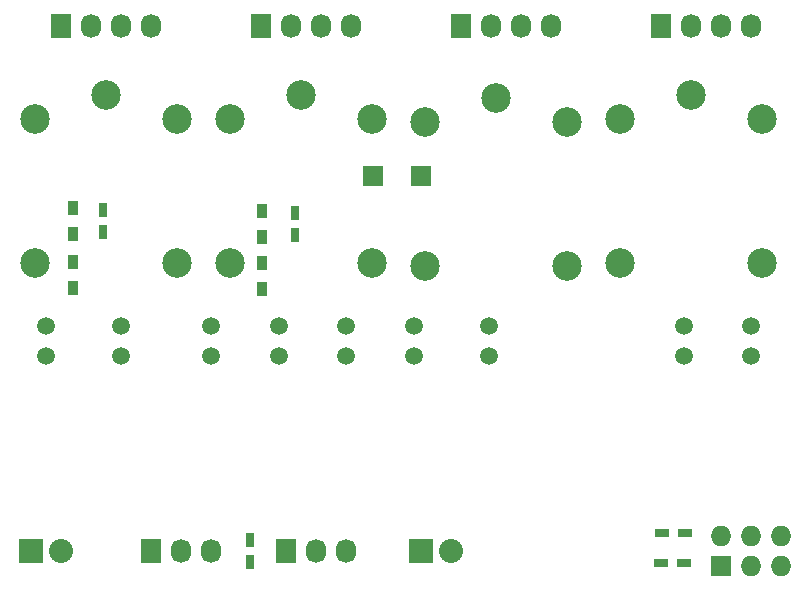
<source format=gbs>
G04 #@! TF.FileFunction,Soldermask,Bot*
%FSLAX46Y46*%
G04 Gerber Fmt 4.6, Leading zero omitted, Abs format (unit mm)*
G04 Created by KiCad (PCBNEW (2015-10-25 BZR 6279)-product) date Monday 26. October 2015 20.42.08*
%MOMM*%
G01*
G04 APERTURE LIST*
%ADD10C,0.100000*%
%ADD11R,0.900000X1.200000*%
%ADD12C,2.500000*%
%ADD13C,1.501140*%
%ADD14R,1.798320X1.767840*%
%ADD15R,1.727200X2.032000*%
%ADD16O,1.727200X2.032000*%
%ADD17R,1.727200X1.727200*%
%ADD18O,1.727200X1.727200*%
%ADD19R,2.032000X2.032000*%
%ADD20O,2.032000X2.032000*%
%ADD21R,0.750000X1.200000*%
%ADD22R,1.200000X0.750000*%
G04 APERTURE END LIST*
D10*
D11*
X152146000Y-89492000D03*
X152146000Y-87292000D03*
D12*
X160940000Y-75180000D03*
X160940000Y-87380000D03*
X148940000Y-75180000D03*
X148940000Y-87380000D03*
X154940000Y-73180000D03*
D13*
X169545000Y-92710000D03*
X169545000Y-95250000D03*
X149860000Y-92710000D03*
X149860000Y-95250000D03*
X187325000Y-92710000D03*
X187325000Y-95250000D03*
X180975000Y-92710000D03*
X180975000Y-95250000D03*
X175260000Y-92710000D03*
X175260000Y-95250000D03*
X163830000Y-92710000D03*
X163830000Y-95250000D03*
X203835000Y-92710000D03*
X203835000Y-95250000D03*
X209550000Y-92710000D03*
X209550000Y-95250000D03*
X156210000Y-95250000D03*
X156210000Y-92710000D03*
D14*
X181610000Y-80010000D03*
X177530760Y-80010000D03*
D12*
X193960000Y-75430000D03*
X193960000Y-87630000D03*
X181960000Y-75430000D03*
X181960000Y-87630000D03*
X187960000Y-73430000D03*
X177450000Y-75180000D03*
X177450000Y-87380000D03*
X165450000Y-75180000D03*
X165450000Y-87380000D03*
X171450000Y-73180000D03*
X210470000Y-75180000D03*
X210470000Y-87380000D03*
X198470000Y-75180000D03*
X198470000Y-87380000D03*
X204470000Y-73180000D03*
D15*
X170180000Y-111760000D03*
D16*
X172720000Y-111760000D03*
X175260000Y-111760000D03*
D15*
X158750000Y-111760000D03*
D16*
X161290000Y-111760000D03*
X163830000Y-111760000D03*
D17*
X207010000Y-113030000D03*
D18*
X207010000Y-110490000D03*
X209550000Y-113030000D03*
X209550000Y-110490000D03*
X212090000Y-113030000D03*
X212090000Y-110490000D03*
D19*
X181610000Y-111760000D03*
D20*
X184150000Y-111760000D03*
D19*
X148590000Y-111760000D03*
D20*
X151130000Y-111760000D03*
D15*
X201929999Y-67310000D03*
D16*
X204469999Y-67310000D03*
X207009999Y-67310000D03*
X209549999Y-67310000D03*
D15*
X184996666Y-67310000D03*
D16*
X187536666Y-67310000D03*
X190076666Y-67310000D03*
X192616666Y-67310000D03*
D15*
X151130000Y-67310000D03*
D16*
X153670000Y-67310000D03*
X156210000Y-67310000D03*
X158750000Y-67310000D03*
D15*
X168063333Y-67310000D03*
D16*
X170603333Y-67310000D03*
X173143333Y-67310000D03*
X175683333Y-67310000D03*
D21*
X170942000Y-85024000D03*
X170942000Y-83124000D03*
X154686000Y-84770000D03*
X154686000Y-82870000D03*
D22*
X201930000Y-112776000D03*
X203830000Y-112776000D03*
X201996000Y-110236000D03*
X203896000Y-110236000D03*
D11*
X168148000Y-82974000D03*
X168148000Y-85174000D03*
X168148000Y-89576000D03*
X168148000Y-87376000D03*
X152146000Y-82720000D03*
X152146000Y-84920000D03*
D21*
X167132000Y-112710000D03*
X167132000Y-110810000D03*
M02*

</source>
